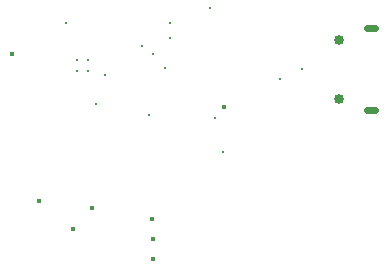
<source format=gbr>
%TF.GenerationSoftware,KiCad,Pcbnew,(5.1.8)-1*%
%TF.CreationDate,2020-11-26T18:41:45+08:00*%
%TF.ProjectId,The_Girls'Gift,5468655f-4769-4726-9c73-27476966742e,V0.8 Beta*%
%TF.SameCoordinates,Original*%
%TF.FileFunction,Plated,1,2,PTH,Mixed*%
%TF.FilePolarity,Positive*%
%FSLAX46Y46*%
G04 Gerber Fmt 4.6, Leading zero omitted, Abs format (unit mm)*
G04 Created by KiCad (PCBNEW (5.1.8)-1) date 2020-11-26 18:41:45*
%MOMM*%
%LPD*%
G01*
G04 APERTURE LIST*
%TA.AperFunction,ViaDrill*%
%ADD10C,0.300000*%
%TD*%
%TA.AperFunction,ViaDrill*%
%ADD11C,0.400000*%
%TD*%
G04 aperture for slot hole*
%TA.AperFunction,ComponentDrill*%
%ADD12C,0.600000*%
%TD*%
%TA.AperFunction,ComponentDrill*%
%ADD13C,0.850000*%
%TD*%
G04 APERTURE END LIST*
D10*
X157025000Y-75975000D03*
X157900000Y-79100000D03*
X157900000Y-80100000D03*
X158900000Y-79100000D03*
X158900000Y-80100000D03*
X159575000Y-82825000D03*
X160300000Y-80400000D03*
X163400000Y-77970000D03*
X164075000Y-83800000D03*
X164400000Y-78600000D03*
X165425010Y-79828784D03*
X165800000Y-76000000D03*
X165800000Y-77300000D03*
X169200000Y-74700000D03*
X169600000Y-84000000D03*
X170300000Y-86900000D03*
X175100000Y-80700000D03*
X177000000Y-79900000D03*
D11*
X152400000Y-78600000D03*
X154700000Y-91100000D03*
X157600000Y-93400000D03*
X159240501Y-91659499D03*
X164299994Y-92600000D03*
X164399990Y-94300000D03*
X164400000Y-96000000D03*
X170387057Y-83118645D03*
D12*
%TO.C,J1*%
X183150000Y-76400000D02*
X182450000Y-76400000D01*
X182450000Y-83400000D02*
X183150000Y-83400000D01*
D13*
X180100000Y-77400000D03*
X180100000Y-82400000D03*
M02*

</source>
